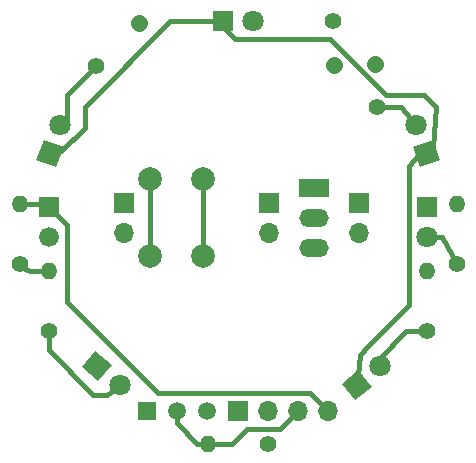
<source format=gbl>
%MOIN*%
%OFA0B0*%
%FSLAX46Y46*%
%IPPOS*%
%LPD*%
%ADD10C,0.0039370078740157488*%
%ADD11C,0.070866141732283464*%
%ADD12R,0.066X0.066*%
%ADD13C,0.066*%
%ADD14C,0.055118110236220472*%
%ADD15O,0.055118110236220472X0.055118110236220472*%
%ADD16C,0.055118110236220472*%
%ADD17R,0.070866141732283464X0.070866141732283464*%
%ADD18R,0.066929133858267723X0.066929133858267723*%
%ADD19O,0.066929133858267723X0.066929133858267723*%
%ADD20C,0.059842519685039376*%
%ADD21R,0.059842519685039376X0.059842519685039376*%
%ADD22C,0.016*%
%ADD33C,0.0039370078740157488*%
%ADD34R,0.066929133858267723X0.066929133858267723*%
%ADD35O,0.066929133858267723X0.066929133858267723*%
%ADD36C,0.07874015748031496*%
%ADD37C,0.016*%
%ADD38C,0.0039370078740157488*%
%ADD39R,0.066929133858267723X0.066929133858267723*%
%ADD40O,0.066929133858267723X0.066929133858267723*%
%ADD41R,0.0984251968503937X0.059055118110236227*%
%ADD42O,0.0984251968503937X0.059055118110236227*%
G01*
D10*
G36*
X0001538893Y0003317664D02*
X0001472301Y0003293427D01*
X0001448063Y0003360019D01*
X0001514656Y0003384257D01*
X0001538893Y0003317664D01*
X0001538893Y0003317664D01*
G37*
D11*
X0001459276Y0003432811D03*
D12*
X0000236220Y0003160236D03*
D13*
X0000236220Y0003060236D03*
D14*
X0000137795Y0002972440D03*
D15*
X0000137795Y0003172440D03*
D14*
X0000964566Y0002372047D03*
D15*
X0000764566Y0002372047D03*
D14*
X0001328740Y0003494094D03*
D16*
X0001187318Y0003635515D02*
X0001187318Y0003635515D01*
D14*
X0001181102Y0003779527D03*
D16*
X0001322523Y0003638106D02*
X0001322523Y0003638106D01*
D14*
X0001496062Y0002746062D03*
D15*
X0001496062Y0002946062D03*
D14*
X0000236220Y0002746062D03*
D15*
X0000236220Y0002946062D03*
D14*
X0000393700Y0003631889D03*
D16*
X0000535122Y0003773311D02*
X0000535122Y0003773311D01*
D14*
X0001594488Y0002972440D03*
D15*
X0001594488Y0003172440D03*
D10*
G36*
X0000344849Y0002626197D02*
X0000390401Y0002680483D01*
X0000444687Y0002634931D01*
X0000399136Y0002580645D01*
X0000344849Y0002626197D01*
X0000344849Y0002626197D01*
G37*
D11*
X0000471373Y0002566285D03*
D10*
G36*
X0000259981Y0003293427D02*
X0000193389Y0003317664D01*
X0000217627Y0003384257D01*
X0000284219Y0003360019D01*
X0000259981Y0003293427D01*
X0000259981Y0003293427D01*
G37*
D11*
X0000273006Y0003432811D03*
D17*
X0000816141Y0003779527D03*
D11*
X0000916141Y0003779527D03*
D17*
X0001496062Y0003159448D03*
D11*
X0001496062Y0003059448D03*
D10*
G36*
X0001256542Y0002516366D02*
X0001210991Y0002570653D01*
X0001265277Y0002616205D01*
X0001310829Y0002561918D01*
X0001256542Y0002516366D01*
X0001256542Y0002516366D01*
G37*
D11*
X0001337514Y0002630564D03*
D18*
X0000866141Y0002480314D03*
D19*
X0000966141Y0002480314D03*
X0001066141Y0002480314D03*
X0001166141Y0002480314D03*
D20*
X0000661023Y0002480314D03*
X0000761023Y0002480314D03*
D21*
X0000561023Y0002480314D03*
D20*
X0000661023Y0002480314D03*
X0000761023Y0002480314D03*
D21*
X0000561023Y0002480314D03*
D22*
X0000137795Y0002962598D02*
X0000174015Y0002946062D01*
X0000174015Y0002946062D02*
X0000236220Y0002946062D01*
X0001328740Y0003494094D02*
X0001407836Y0003494094D01*
X0001407836Y0003494094D02*
X0001459276Y0003432811D01*
X0000966141Y0002373622D02*
X0000964566Y0002372047D01*
X0001336446Y0002655344D02*
X0001427165Y0002746062D01*
X0001427165Y0002746062D02*
X0001496062Y0002746062D01*
X0000236220Y0002746062D02*
X0000236220Y0002683070D01*
X0000430677Y0002535433D02*
X0000471373Y0002566285D01*
X0000383858Y0002535433D02*
X0000430677Y0002535433D01*
X0000236220Y0002683070D02*
X0000383858Y0002535433D01*
X0000393700Y0003631889D02*
X0000295275Y0003533464D01*
X0000295275Y0003533464D02*
X0000295275Y0003455436D01*
X0000295275Y0003455436D02*
X0000290107Y0003440425D01*
X0000764566Y0002372047D02*
X0000846456Y0002372047D01*
X0001007086Y0002421259D02*
X0001066141Y0002480314D01*
X0000895669Y0002421259D02*
X0001007086Y0002421259D01*
X0000846456Y0002372047D02*
X0000895669Y0002421259D01*
X0000661023Y0002480314D02*
X0000661023Y0002439370D01*
X0000728346Y0002372047D02*
X0000764566Y0002372047D01*
X0000661023Y0002439370D02*
X0000728346Y0002372047D01*
X0001496062Y0003059448D02*
X0001546850Y0003059448D01*
X0001546850Y0003059448D02*
X0001594488Y0002972440D01*
X0000137795Y0003172440D02*
X0000224015Y0003172440D01*
X0000224015Y0003172440D02*
X0000236220Y0003160236D01*
X0000236220Y0003160236D02*
X0000236220Y0003159448D01*
X0000236220Y0003159448D02*
X0000295275Y0003100393D01*
X0001107086Y0002539370D02*
X0001166141Y0002480314D01*
X0000600393Y0002539370D02*
X0001107086Y0002539370D01*
X0000295275Y0002844488D02*
X0000600393Y0002539370D01*
X0000295275Y0003100393D02*
X0000295275Y0002844488D01*
X0001260910Y0002566285D02*
X0001270752Y0002668390D01*
X0001437007Y0003297244D02*
X0001468763Y0003338842D01*
X0001299212Y0002696850D02*
X0001437007Y0002834645D01*
X0001437007Y0002834645D02*
X0001437007Y0003277559D01*
X0001437007Y0003277559D02*
X0001437007Y0003297244D01*
X0001270752Y0002668390D02*
X0001299212Y0002696850D01*
X0001515748Y0003361111D02*
X0001525590Y0003494094D01*
X0001358267Y0003533464D02*
X0001486220Y0003533464D01*
X0001486220Y0003533464D02*
X0001525590Y0003494094D01*
X0000856299Y0003720472D02*
X0001171259Y0003720472D01*
X0000856299Y0003720472D02*
X0000816929Y0003759842D01*
X0001171259Y0003720472D02*
X0001358267Y0003533464D01*
X0001515748Y0003361111D02*
X0001493478Y0003338842D01*
X0001468763Y0003338842D02*
X0001493478Y0003338842D01*
X0001515748Y0003361111D02*
X0001493478Y0003338842D01*
X0001491251Y0003336614D02*
X0001493478Y0003338842D01*
X0000816929Y0003779527D02*
X0000816929Y0003759842D01*
X0000255905Y0003346456D02*
X0000275590Y0003346456D01*
X0000275590Y0003346456D02*
X0000354330Y0003425196D01*
X0000354330Y0003425196D02*
X0000354330Y0003494094D01*
X0000354330Y0003494094D02*
X0000639763Y0003779527D01*
X0000639763Y0003779527D02*
X0000816929Y0003779527D01*
G04 next file*
G04 #@! TF.FileFunction,Copper,L2,Bot,Signal*
G04 Gerber Fmt 4.6, Leading zero omitted, Abs format (unit mm)*
G04 Created by KiCad (PCBNEW 4.0.6) date 04/23/19 17:50:16*
G01*
G04 APERTURE LIST*
G04 APERTURE END LIST*
D33*
D34*
X-0005137795Y0007322834D02*
X0000487204Y0003172834D03*
D35*
X0000487204Y0003072834D03*
D36*
X0000749370Y0002997834D03*
X0000572204Y0002997834D03*
X0000749370Y0003253740D03*
X0000572204Y0003253740D03*
D37*
X0000572204Y0003253740D02*
X0000572204Y0002997834D01*
X0000749370Y0003253740D02*
X0000749370Y0002997834D01*
G04 next file*
G04 #@! TF.FileFunction,Copper,L2,Bot,Signal*
G04 Gerber Fmt 4.6, Leading zero omitted, Abs format (unit mm)*
G04 Created by KiCad (PCBNEW 4.0.6) date 04/23/19 17:44:28*
G01*
G04 APERTURE LIST*
G04 APERTURE END LIST*
D38*
D39*
X-0004681102Y0007322834D02*
X0001268897Y0003172834D03*
D40*
X0001268897Y0003072834D03*
D39*
X0000968897Y0003172834D03*
D40*
X0000968897Y0003072834D03*
D41*
X0001118897Y0003222834D03*
D42*
X0001118897Y0003122834D03*
X0001118897Y0003022834D03*
M02*
</source>
